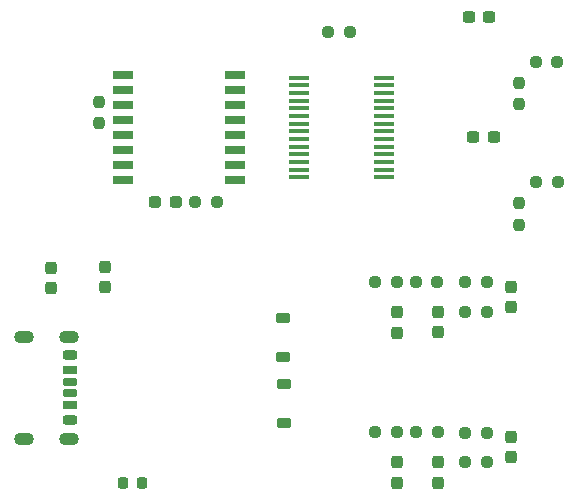
<source format=gtp>
%TF.GenerationSoftware,KiCad,Pcbnew,9.0.0*%
%TF.CreationDate,2025-03-30T14:17:43+09:00*%
%TF.ProjectId,v1000,76313030-302e-46b6-9963-61645f706362,rev?*%
%TF.SameCoordinates,Original*%
%TF.FileFunction,Paste,Top*%
%TF.FilePolarity,Positive*%
%FSLAX46Y46*%
G04 Gerber Fmt 4.6, Leading zero omitted, Abs format (unit mm)*
G04 Created by KiCad (PCBNEW 9.0.0) date 2025-03-30 14:17:43*
%MOMM*%
%LPD*%
G01*
G04 APERTURE LIST*
G04 Aperture macros list*
%AMRoundRect*
0 Rectangle with rounded corners*
0 $1 Rounding radius*
0 $2 $3 $4 $5 $6 $7 $8 $9 X,Y pos of 4 corners*
0 Add a 4 corners polygon primitive as box body*
4,1,4,$2,$3,$4,$5,$6,$7,$8,$9,$2,$3,0*
0 Add four circle primitives for the rounded corners*
1,1,$1+$1,$2,$3*
1,1,$1+$1,$4,$5*
1,1,$1+$1,$6,$7*
1,1,$1+$1,$8,$9*
0 Add four rect primitives between the rounded corners*
20,1,$1+$1,$2,$3,$4,$5,0*
20,1,$1+$1,$4,$5,$6,$7,0*
20,1,$1+$1,$6,$7,$8,$9,0*
20,1,$1+$1,$8,$9,$2,$3,0*%
G04 Aperture macros list end*
%ADD10RoundRect,0.237500X-0.250000X-0.237500X0.250000X-0.237500X0.250000X0.237500X-0.250000X0.237500X0*%
%ADD11RoundRect,0.237500X0.287500X0.237500X-0.287500X0.237500X-0.287500X-0.237500X0.287500X-0.237500X0*%
%ADD12RoundRect,0.175000X-0.425000X0.175000X-0.425000X-0.175000X0.425000X-0.175000X0.425000X0.175000X0*%
%ADD13RoundRect,0.190000X0.410000X-0.190000X0.410000X0.190000X-0.410000X0.190000X-0.410000X-0.190000X0*%
%ADD14RoundRect,0.200000X0.400000X-0.200000X0.400000X0.200000X-0.400000X0.200000X-0.400000X-0.200000X0*%
%ADD15RoundRect,0.175000X0.425000X-0.175000X0.425000X0.175000X-0.425000X0.175000X-0.425000X-0.175000X0*%
%ADD16RoundRect,0.190000X-0.410000X0.190000X-0.410000X-0.190000X0.410000X-0.190000X0.410000X0.190000X0*%
%ADD17RoundRect,0.200000X-0.400000X0.200000X-0.400000X-0.200000X0.400000X-0.200000X0.400000X0.200000X0*%
%ADD18O,1.700000X1.100000*%
%ADD19RoundRect,0.225000X-0.375000X0.225000X-0.375000X-0.225000X0.375000X-0.225000X0.375000X0.225000X0*%
%ADD20RoundRect,0.225000X0.375000X-0.225000X0.375000X0.225000X-0.375000X0.225000X-0.375000X-0.225000X0*%
%ADD21RoundRect,0.237500X0.237500X-0.300000X0.237500X0.300000X-0.237500X0.300000X-0.237500X-0.300000X0*%
%ADD22RoundRect,0.237500X-0.237500X0.250000X-0.237500X-0.250000X0.237500X-0.250000X0.237500X0.250000X0*%
%ADD23RoundRect,0.237500X-0.300000X-0.237500X0.300000X-0.237500X0.300000X0.237500X-0.300000X0.237500X0*%
%ADD24R,1.750000X0.450000*%
%ADD25RoundRect,0.237500X-0.237500X0.300000X-0.237500X-0.300000X0.237500X-0.300000X0.237500X0.300000X0*%
%ADD26RoundRect,0.218750X0.218750X0.256250X-0.218750X0.256250X-0.218750X-0.256250X0.218750X-0.256250X0*%
%ADD27R,1.750000X0.700000*%
G04 APERTURE END LIST*
D10*
%TO.C,R17*%
X78225000Y-99930000D03*
X76400000Y-99930000D03*
%TD*%
D11*
%TO.C,D1*%
X73010000Y-99930000D03*
X74760000Y-99930000D03*
%TD*%
D12*
%TO.C,J3*%
X65750000Y-115140000D03*
D13*
X65750000Y-117160000D03*
D14*
X65750000Y-118390000D03*
D15*
X65750000Y-116140000D03*
D16*
X65750000Y-114120000D03*
D17*
X65750000Y-112890000D03*
D18*
X65670000Y-111320000D03*
X61870000Y-111320000D03*
X65670000Y-119960000D03*
X61870000Y-119960000D03*
%TD*%
D19*
%TO.C,D4*%
X83910000Y-115300000D03*
X83910000Y-118600000D03*
%TD*%
D20*
%TO.C,D3*%
X83820000Y-113060000D03*
X83820000Y-109760000D03*
%TD*%
D10*
%TO.C,R6*%
X91615000Y-106720000D03*
X93440000Y-106720000D03*
%TD*%
D21*
%TO.C,C23*%
X68770000Y-107140000D03*
X68770000Y-105415000D03*
%TD*%
D22*
%TO.C,R1*%
X68200000Y-91447500D03*
X68200000Y-93272500D03*
%TD*%
D23*
%TO.C,C7*%
X99920000Y-94440000D03*
X101645000Y-94440000D03*
%TD*%
D24*
%TO.C,U1*%
X85130000Y-89405000D03*
X85130000Y-90055000D03*
X85130000Y-90705000D03*
X85130000Y-91355000D03*
X85130000Y-92005000D03*
X85130000Y-92655000D03*
X85130000Y-93305000D03*
X85130000Y-93955000D03*
X85130000Y-94605000D03*
X85130000Y-95255000D03*
X85130000Y-95905000D03*
X85130000Y-96555000D03*
X85130000Y-97205000D03*
X85130000Y-97855000D03*
X92330000Y-97855000D03*
X92330000Y-97205000D03*
X92330000Y-96555000D03*
X92330000Y-95905000D03*
X92330000Y-95255000D03*
X92330000Y-94605000D03*
X92330000Y-93955000D03*
X92330000Y-93305000D03*
X92330000Y-92655000D03*
X92330000Y-92005000D03*
X92330000Y-91355000D03*
X92330000Y-90705000D03*
X92330000Y-90055000D03*
X92330000Y-89405000D03*
%TD*%
D10*
%TO.C,R13*%
X99255000Y-119450000D03*
X101080000Y-119450000D03*
%TD*%
D22*
%TO.C,R4*%
X103770000Y-100050000D03*
X103770000Y-101875000D03*
%TD*%
D25*
%TO.C,C14*%
X93440000Y-121970000D03*
X93440000Y-123695000D03*
%TD*%
%TO.C,C9*%
X93440000Y-109280000D03*
X93440000Y-111005000D03*
%TD*%
D10*
%TO.C,R11*%
X95077500Y-119430000D03*
X96902500Y-119430000D03*
%TD*%
%TO.C,R7*%
X95057500Y-106720000D03*
X96882500Y-106720000D03*
%TD*%
D26*
%TO.C,D2*%
X71877500Y-123760000D03*
X70302500Y-123760000D03*
%TD*%
D10*
%TO.C,R12*%
X99235000Y-121980000D03*
X101060000Y-121980000D03*
%TD*%
D27*
%TO.C,IC1*%
X70240000Y-89145000D03*
X70240000Y-90415000D03*
X70240000Y-91685000D03*
X70240000Y-92955000D03*
X70240000Y-94225000D03*
X70240000Y-95495000D03*
X70240000Y-96765000D03*
X70240000Y-98035000D03*
X79740000Y-98035000D03*
X79740000Y-96765000D03*
X79740000Y-95495000D03*
X79740000Y-94225000D03*
X79740000Y-92955000D03*
X79740000Y-91685000D03*
X79740000Y-90415000D03*
X79740000Y-89145000D03*
%TD*%
D10*
%TO.C,R2*%
X105227500Y-88080000D03*
X107052500Y-88080000D03*
%TD*%
D25*
%TO.C,C16*%
X103110000Y-119795000D03*
X103110000Y-121520000D03*
%TD*%
D21*
%TO.C,C12*%
X103130000Y-108852500D03*
X103130000Y-107127500D03*
%TD*%
D10*
%TO.C,R8*%
X99245000Y-109260000D03*
X101070000Y-109260000D03*
%TD*%
D25*
%TO.C,C10*%
X96900000Y-109250000D03*
X96900000Y-110975000D03*
%TD*%
D10*
%TO.C,R14*%
X87655000Y-85500000D03*
X89480000Y-85500000D03*
%TD*%
D22*
%TO.C,R3*%
X103780000Y-89840000D03*
X103780000Y-91665000D03*
%TD*%
D10*
%TO.C,R10*%
X91615000Y-119440000D03*
X93440000Y-119440000D03*
%TD*%
%TO.C,R9*%
X99245000Y-106730000D03*
X101070000Y-106730000D03*
%TD*%
D23*
%TO.C,C6*%
X99537500Y-84300000D03*
X101262500Y-84300000D03*
%TD*%
D21*
%TO.C,C24*%
X64200000Y-107210000D03*
X64200000Y-105485000D03*
%TD*%
D10*
%TO.C,R5*%
X105235000Y-98250000D03*
X107060000Y-98250000D03*
%TD*%
D25*
%TO.C,C15*%
X96940000Y-121970000D03*
X96940000Y-123695000D03*
%TD*%
M02*

</source>
